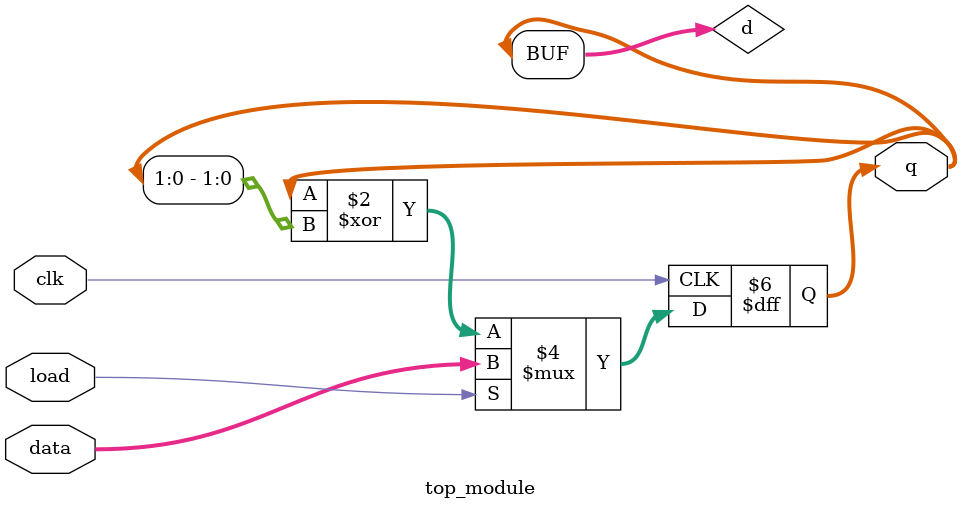
<source format=v>
module top_module(
    input clk,
    input load,
    input [511:0] data,
    output [511:0] q ); 

    reg [511:0] q;
    reg [511:0] d;

    always @(posedge clk) begin
        if (load) begin
            q <= data;
        end else begin
            q <= q ^ (q[1:0]);
        end
    end

    assign d = q[511:0];

endmodule
</source>
